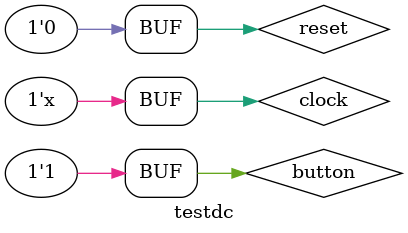
<source format=v>
`timescale 1ns / 1ps


module testdc;

	// Inputs
	reg clock;
	reg button;
	reg reset;

	// Outputs
	wire [7:0] count;

	// Instantiate the Unit Under Test (UUT)
	debounced_counter uut (
		.count(count), 
		.clock(clock), 
		.button(button), 
		.reset(reset)
	);
	always #5 clock = ~clock;
	initial begin
		// Initialize Inputs
		clock = 0;
		button = 0;
		reset = 0;

		// Wait 100 ns for global reset to finish
		#200;
      reset = 1;
		#200;
		reset = 0;
		button = 1;
		// Add stimulus here

	end
      
endmodule


</source>
